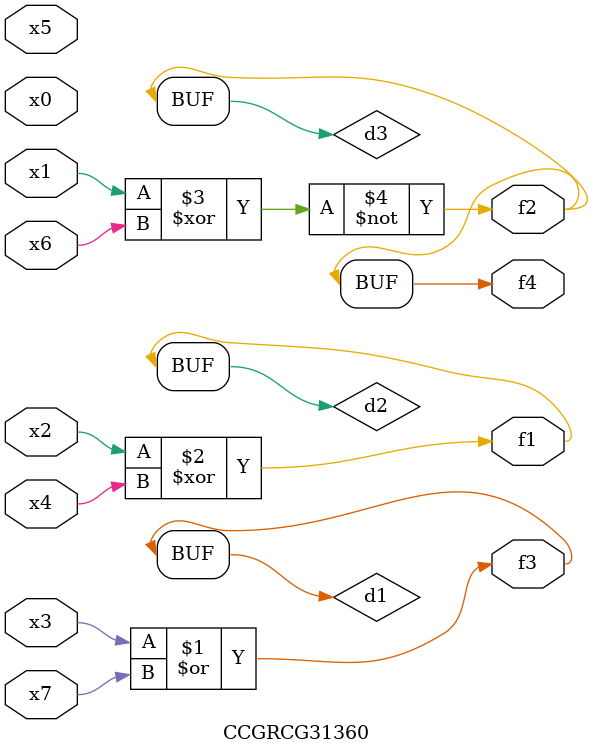
<source format=v>
module CCGRCG31360(
	input x0, x1, x2, x3, x4, x5, x6, x7,
	output f1, f2, f3, f4
);

	wire d1, d2, d3;

	or (d1, x3, x7);
	xor (d2, x2, x4);
	xnor (d3, x1, x6);
	assign f1 = d2;
	assign f2 = d3;
	assign f3 = d1;
	assign f4 = d3;
endmodule

</source>
